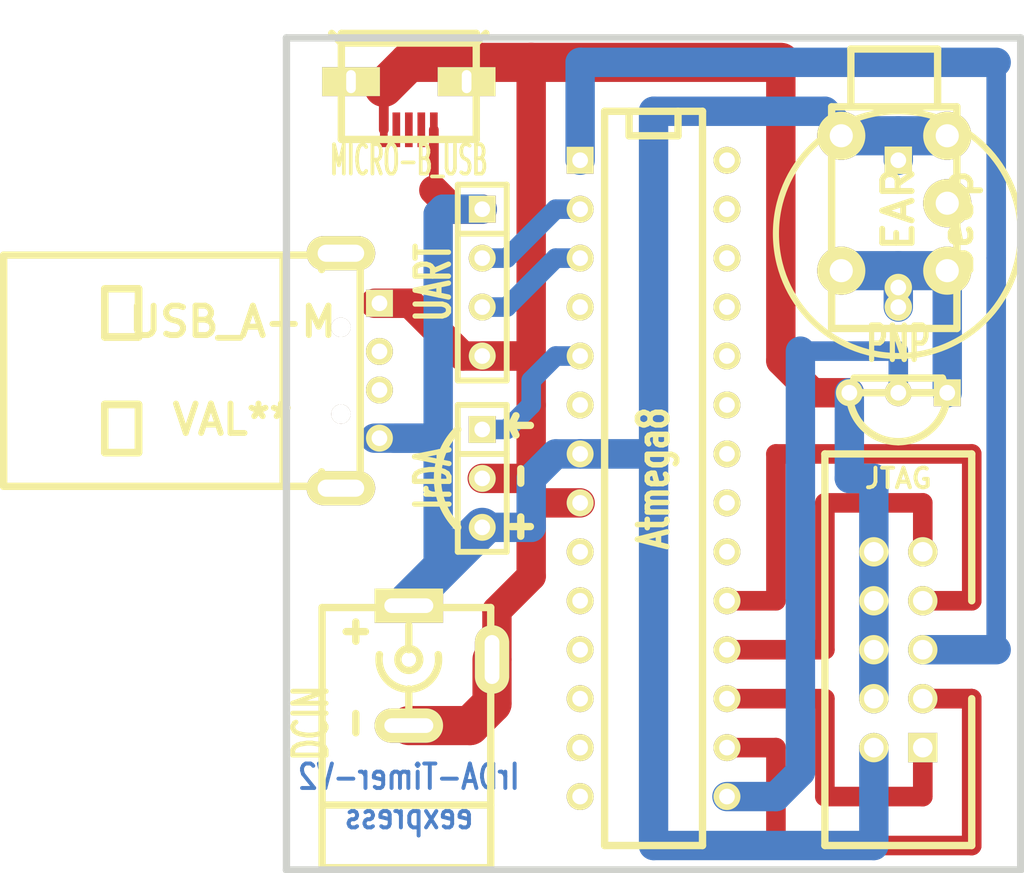
<source format=kicad_pcb>
(kicad_pcb (version 4) (host pcbnew 4.0.2+dfsg1-stable)

  (general
    (links 4)
    (no_connects 3)
    (area 64.579499 83.629499 103.060501 127.190501)
    (thickness 1.6002)
    (drawings 5)
    (tracks 104)
    (zones 0)
    (modules 10)
    (nets 9)
  )

  (page A4)
  (layers
    (0 Front signal)
    (31 Back signal)
    (32 B.Adhes user)
    (33 F.Adhes user)
    (34 B.Paste user)
    (35 F.Paste user)
    (36 B.SilkS user)
    (37 F.SilkS user)
    (38 B.Mask user)
    (39 F.Mask user)
    (40 Dwgs.User user)
    (41 Cmts.User user)
    (42 Eco1.User user)
    (43 Eco2.User user)
    (44 Edge.Cuts user)
  )

  (setup
    (last_trace_width 0.2032)
    (user_trace_width 0.254)
    (user_trace_width 0.508)
    (user_trace_width 1.016)
    (user_trace_width 1.524)
    (user_trace_width 2.032)
    (trace_clearance 0.254)
    (zone_clearance 0.508)
    (zone_45_only no)
    (trace_min 0.2032)
    (segment_width 0.381)
    (edge_width 0.381)
    (via_size 0.889)
    (via_drill 0.635)
    (via_min_size 0.889)
    (via_min_drill 0.508)
    (uvia_size 0.508)
    (uvia_drill 0.127)
    (uvias_allowed no)
    (uvia_min_size 0.508)
    (uvia_min_drill 0.127)
    (pcb_text_width 0.3048)
    (pcb_text_size 1.524 2.032)
    (mod_edge_width 0.381)
    (mod_text_size 1.524 1.524)
    (mod_text_width 0.3048)
    (pad_size 1.397 1.397)
    (pad_drill 0.8128)
    (pad_to_mask_clearance 0.254)
    (aux_axis_origin 0 0)
    (visible_elements FFFFFFBF)
    (pcbplotparams
      (layerselection 0x00030_80000001)
      (usegerberextensions true)
      (excludeedgelayer true)
      (linewidth 0.150000)
      (plotframeref false)
      (viasonmask false)
      (mode 1)
      (useauxorigin false)
      (hpglpennumber 1)
      (hpglpenspeed 20)
      (hpglpendiameter 15)
      (hpglpenoverlay 0)
      (psnegative false)
      (psa4output false)
      (plotreference true)
      (plotvalue true)
      (plotinvisibletext false)
      (padsonsilk false)
      (subtractmaskfromsilk false)
      (outputformat 1)
      (mirror false)
      (drillshape 0)
      (scaleselection 1)
      (outputdirectory /home/eexp/))
  )

  (net 0 "")
  (net 1 /miso)
  (net 2 /mosi)
  (net 3 /sclk)
  (net 4 GND)
  (net 5 N-000020)
  (net 6 N-000029)
  (net 7 N-000030)
  (net 8 VCC)

  (net_class Default "This is the default net class."
    (clearance 0.254)
    (trace_width 0.2032)
    (via_dia 0.889)
    (via_drill 0.635)
    (uvia_dia 0.508)
    (uvia_drill 0.127)
    (add_net /miso)
    (add_net /mosi)
    (add_net /sclk)
    (add_net GND)
    (add_net N-000020)
    (add_net N-000029)
    (add_net N-000030)
    (add_net VCC)
  )

  (module USB_A-M (layer Front) (tedit 5189F548) (tstamp 516B7974)
    (at 69.596 101.092 180)
    (path USB_A-M)
    (fp_text reference USB_A-M (at 7.62 2.54 180) (layer F.SilkS)
      (effects (font (thickness 0.3048)))
    )
    (fp_text value VAL** (at 7.62 -2.54 180) (layer F.SilkS)
      (effects (font (thickness 0.3048)))
    )
    (fp_line (start 1.00076 5.99948) (end 19.49958 5.99948) (layer F.SilkS) (width 0.381))
    (fp_line (start 19.49958 -5.99948) (end 1.00076 -5.99948) (layer F.SilkS) (width 0.381))
    (fp_line (start 2.99974 5.99948) (end 2.99974 5.25018) (layer F.SilkS) (width 0.381))
    (fp_line (start 2.99974 -5.99948) (end 2.99974 -5.25018) (layer F.SilkS) (width 0.381))
    (fp_line (start 12.50188 -1.75006) (end 14.25194 -1.75006) (layer F.SilkS) (width 0.381))
    (fp_line (start 12.50188 -4.24942) (end 12.50188 -1.75006) (layer F.SilkS) (width 0.381))
    (fp_line (start 14.25194 -4.24942) (end 12.50188 -4.24942) (layer F.SilkS) (width 0.381))
    (fp_line (start 14.25194 -1.75006) (end 14.25194 -4.24942) (layer F.SilkS) (width 0.381))
    (fp_line (start 14.25194 -1.75006) (end 14.25194 -4.24942) (layer F.SilkS) (width 0.381))
    (fp_line (start 14.25194 -4.24942) (end 12.50188 -4.24942) (layer F.SilkS) (width 0.381))
    (fp_line (start 12.50188 -4.24942) (end 12.50188 -1.75006) (layer F.SilkS) (width 0.381))
    (fp_line (start 12.50188 -1.75006) (end 14.25194 -1.75006) (layer F.SilkS) (width 0.381))
    (fp_line (start 12.50188 -1.75006) (end 14.25194 -1.75006) (layer F.SilkS) (width 0.381))
    (fp_line (start 12.50188 -4.24942) (end 12.50188 -1.75006) (layer F.SilkS) (width 0.381))
    (fp_line (start 14.25194 -4.24942) (end 12.50188 -4.24942) (layer F.SilkS) (width 0.381))
    (fp_line (start 14.25194 -1.75006) (end 14.25194 -4.24942) (layer F.SilkS) (width 0.381))
    (fp_line (start 14.25194 -1.75006) (end 14.25194 -4.24942) (layer F.SilkS) (width 0.381))
    (fp_line (start 14.25194 -4.24942) (end 12.50188 -4.24942) (layer F.SilkS) (width 0.381))
    (fp_line (start 12.50188 -4.24942) (end 12.50188 -1.75006) (layer F.SilkS) (width 0.381))
    (fp_line (start 12.50188 -1.75006) (end 14.25194 -1.75006) (layer F.SilkS) (width 0.381))
    (fp_line (start 12.49934 4.24942) (end 14.2494 4.24942) (layer F.SilkS) (width 0.381))
    (fp_line (start 12.49934 1.75006) (end 12.49934 4.24942) (layer F.SilkS) (width 0.381))
    (fp_line (start 14.2494 1.75006) (end 12.49934 1.75006) (layer F.SilkS) (width 0.381))
    (fp_line (start 14.2494 4.24942) (end 14.2494 1.75006) (layer F.SilkS) (width 0.381))
    (fp_line (start 14.2494 4.24942) (end 14.2494 1.75006) (layer F.SilkS) (width 0.381))
    (fp_line (start 14.2494 1.75006) (end 12.49934 1.75006) (layer F.SilkS) (width 0.381))
    (fp_line (start 12.49934 1.75006) (end 12.49934 4.24942) (layer F.SilkS) (width 0.381))
    (fp_line (start 12.49934 4.24942) (end 14.2494 4.24942) (layer F.SilkS) (width 0.381))
    (fp_line (start 12.49934 4.24942) (end 14.2494 4.24942) (layer F.SilkS) (width 0.381))
    (fp_line (start 12.49934 1.75006) (end 12.49934 4.24942) (layer F.SilkS) (width 0.381))
    (fp_line (start 14.2494 1.75006) (end 12.49934 1.75006) (layer F.SilkS) (width 0.381))
    (fp_line (start 14.2494 4.24942) (end 14.2494 1.75006) (layer F.SilkS) (width 0.381))
    (fp_line (start 14.2494 4.24942) (end 14.2494 1.75006) (layer F.SilkS) (width 0.381))
    (fp_line (start 14.2494 1.75006) (end 12.49934 1.75006) (layer F.SilkS) (width 0.381))
    (fp_line (start 12.49934 1.75006) (end 12.49934 4.24942) (layer F.SilkS) (width 0.381))
    (fp_line (start 12.49934 4.24942) (end 14.2494 4.24942) (layer F.SilkS) (width 0.381))
    (fp_line (start 4.99872 -5.99948) (end 4.99872 5.99948) (layer F.SilkS) (width 0.381))
    (fp_line (start 0.99822 5.99948) (end 0.99822 -5.99948) (layer F.SilkS) (width 0.381))
    (fp_line (start 19.49958 -5.99948) (end 19.49958 5.99948) (layer F.SilkS) (width 0.381))
    (pad 4 thru_hole circle (at 0 -3.50012 180) (size 1.397 1.397) (drill 0.8128) (layers *.Cu *.Mask F.SilkS))
    (pad 3 thru_hole circle (at 0 -1.00076 180) (size 1.397 1.397) (drill 0.8128) (layers *.Cu *.Mask F.SilkS))
    (pad 2 thru_hole circle (at 0 1.00076 180) (size 1.397 1.397) (drill 0.8128) (layers *.Cu *.Mask F.SilkS))
    (pad 1 thru_hole rect (at 0 3.50012 180) (size 1.397 1.397) (drill 0.8128) (layers *.Cu *.Mask F.SilkS))
    (pad 0 thru_hole oval (at 1.99898 -6.096 180) (size 3.556 1.778) (drill oval 2.413 0.889) (layers *.Cu *.Mask F.SilkS))
    (pad 0 thru_hole oval (at 1.99898 6.096 180) (size 3.556 1.778) (drill oval 2.413 0.889) (layers *.Cu *.Mask F.SilkS))
    (pad 0 thru_hole circle (at 1.99898 -2.25044 180) (size 1.00076 1.00076) (drill 1.00076) (layers *.Cu *.Mask F.SilkS))
    (pad 0 thru_hole circle (at 1.99898 2.25044 180) (size 1.00076 1.00076) (drill 1.00076) (layers *.Cu *.Mask F.SilkS))
    (model Connect.3dshapes/USB_A.wrl
      (at (xyz 0 0 0))
      (scale (xyz 1 1 1))
      (rotate (xyz 0 0 0))
    )
  )

  (module DCIN (layer Front) (tedit 5189F090) (tstamp 51431582)
    (at 71.12 119.38 90)
    (descr eexp)
    (tags "CONN JACK")
    (path /50572844)
    (fp_text reference DCIN (at 0 -5.08 90) (layer F.SilkS)
      (effects (font (size 1.72974 1.08712) (thickness 0.254)))
    )
    (fp_text value "" (at -5.08 0 180) (layer F.SilkS)
      (effects (font (size 1.016 1.016) (thickness 0.254)))
    )
    (fp_line (start -4.24942 4.24942) (end -4.24942 -4.50088) (layer F.SilkS) (width 0.381))
    (fp_line (start 5.99948 4.24942) (end -7.50062 4.24942) (layer F.SilkS) (width 0.381))
    (fp_line (start -7.50062 4.24942) (end -7.50062 -4.50088) (layer F.SilkS) (width 0.381))
    (fp_line (start -7.50062 -4.50088) (end 5.99948 -4.50088) (layer F.SilkS) (width 0.381))
    (fp_line (start 5.99948 -4.50088) (end 5.99948 4.24942) (layer F.SilkS) (width 0.381))
    (fp_line (start -0.50038 -2.75082) (end 0.50038 -2.75082) (layer F.SilkS) (width 0.381))
    (fp_line (start 4.7498 -2.25044) (end 4.7498 -3.2512) (layer F.SilkS) (width 0.381))
    (fp_line (start 4.24942 -2.75082) (end 5.25018 -2.75082) (layer F.SilkS) (width 0.381))
    (fp_line (start 1.778 0) (end 0.762 0) (layer F.SilkS) (width 0.381))
    (fp_line (start 3.81 0) (end 5.08 0) (layer F.SilkS) (width 0.381))
    (fp_arc (start 3.302 0) (end 1.778 -0.254) (angle 90) (layer F.SilkS) (width 0.381))
    (fp_arc (start 3.302 0) (end 3.556 1.524) (angle 90) (layer F.SilkS) (width 0.381))
    (fp_circle (center 3.302 0) (end 3.81 0.254) (layer F.SilkS) (width 0.381))
    (pad 2 thru_hole oval (at -0.127 0 90) (size 1.778 3.556) (drill oval 0.762 2.54) (layers *.Cu *.Mask F.SilkS)
      (net 6 N-000029))
    (pad 1 thru_hole rect (at 6.096 0 90) (size 1.778 3.556) (drill oval 0.762 2.54) (layers *.Cu *.Mask F.SilkS)
      (net 7 N-000030))
    (pad 2 thru_hole oval (at 3.302 4.318 90) (size 3.556 1.778) (drill oval 2.54 0.762) (layers *.Cu *.Mask F.SilkS)
      (net 6 N-000029))
    (model my3d/电源插座.wrl
      (at (xyz 0 0 0))
      (scale (xyz 1 1 1))
      (rotate (xyz 0 0 90))
    )
  )

  (module IrDA (layer Front) (tedit 516B8867) (tstamp 51431332)
    (at 74.93 106.68 270)
    (descr "Connecteur 3 pins")
    (tags "CONN DEV")
    (path SIL-3)
    (fp_text reference IrDA (at 0 2.54 270) (layer F.SilkS)
      (effects (font (size 1.7907 1.07696) (thickness 0.26924)))
    )
    (fp_text value "" (at 0 -2.54 270) (layer F.SilkS) hide
      (effects (font (size 1.524 1.016) (thickness 0.254)))
    )
    (fp_line (start -2.75082 -1.50114) (end -3.2512 -1.75006) (layer F.SilkS) (width 0.381))
    (fp_line (start -2.75082 -1.50114) (end -2.25044 -1.75006) (layer F.SilkS) (width 0.381))
    (fp_line (start -2.75082 -1.50114) (end -2.75082 -2.49936) (layer F.SilkS) (width 0.381))
    (fp_line (start -0.50038 -1.99898) (end 0.24892 -1.99898) (layer F.SilkS) (width 0.381))
    (fp_line (start 2.49936 -2.49936) (end 2.49936 -1.50114) (layer F.SilkS) (width 0.381))
    (fp_line (start 1.99898 -1.99898) (end 2.99974 -1.99898) (layer F.SilkS) (width 0.381))
    (fp_arc (start 0 -1.27) (end 2.54 1.27) (angle 90) (layer F.SilkS) (width 0.381))
    (fp_line (start -3.81 1.27) (end -3.81 -1.27) (layer F.SilkS) (width 0.3048))
    (fp_line (start -3.81 -1.27) (end 3.81 -1.27) (layer F.SilkS) (width 0.3048))
    (fp_line (start 3.81 -1.27) (end 3.81 1.27) (layer F.SilkS) (width 0.3048))
    (fp_line (start 3.81 1.27) (end -3.81 1.27) (layer F.SilkS) (width 0.3048))
    (fp_line (start -1.27 -1.27) (end -1.27 1.27) (layer F.SilkS) (width 0.3048))
    (pad 1 thru_hole rect (at -2.54 0 270) (size 1.397 1.397) (drill 0.8128) (layers *.Cu *.Mask F.SilkS))
    (pad 2 thru_hole circle (at 0 0 270) (size 1.397 1.397) (drill 0.8128) (layers *.Cu *.Mask F.SilkS))
    (pad 3 thru_hole circle (at 2.54 0 270) (size 1.397 1.397) (drill 0.8128) (layers *.Cu *.Mask F.SilkS))
    (model TO_SOT_Packages_THT.3dshapes/TO-92_Inline_Wide.wrl
      (at (xyz 0 0 0))
      (scale (xyz 1 1 1))
      (rotate (xyz 0 0 -90))
    )
  )

  (module MICRO-B_USB (layer Front) (tedit 515B8D8C) (tstamp 5146988B)
    (at 71.12 85.09 180)
    (path MICRO-B_USB)
    (fp_text reference MICRO-B_USB (at 0 -5.08 180) (layer F.SilkS)
      (effects (font (size 1.524 0.762) (thickness 0.1905)))
    )
    (fp_text value "" (at -0.09906 2.70002 180) (layer F.SilkS)
      (effects (font (thickness 0.3048)))
    )
    (fp_line (start -3.50012 1.00076) (end -4.0005 1.50114) (layer F.SilkS) (width 0.381))
    (fp_line (start -3.50012 1.00076) (end 3.50012 1.00076) (layer F.SilkS) (width 0.381))
    (fp_line (start 3.50012 1.00076) (end 4.0005 1.50114) (layer F.SilkS) (width 0.381))
    (fp_line (start -3.50012 1.50114) (end -3.50012 -0.50038) (layer F.SilkS) (width 0.381))
    (fp_line (start -3.50012 -0.50038) (end -4.0005 -0.50038) (layer F.SilkS) (width 0.381))
    (fp_line (start -4.0005 -0.50038) (end -4.0005 -1.50114) (layer F.SilkS) (width 0.381))
    (fp_line (start -4.0005 -1.50114) (end -3.50012 -1.50114) (layer F.SilkS) (width 0.381))
    (fp_line (start -3.50012 -1.50114) (end -3.50012 -4.0005) (layer F.SilkS) (width 0.381))
    (fp_line (start 3.50012 -4.0005) (end 3.50012 -1.50114) (layer F.SilkS) (width 0.381))
    (fp_line (start 3.50012 -1.50114) (end 4.0005 -1.50114) (layer F.SilkS) (width 0.381))
    (fp_line (start 4.0005 -1.50114) (end 4.0005 -0.50038) (layer F.SilkS) (width 0.381))
    (fp_line (start 4.0005 -0.50038) (end 3.50012 -0.50038) (layer F.SilkS) (width 0.381))
    (fp_line (start 3.50012 -0.50038) (end 3.50012 1.50114) (layer F.SilkS) (width 0.381))
    (fp_line (start -3.50012 -4.0005) (end 3.50012 -4.0005) (layer F.SilkS) (width 0.381))
    (fp_line (start 3.50012 1.50114) (end -3.50012 1.50114) (layer F.SilkS) (width 0.381))
    (pad "" thru_hole rect (at 2.99974 -1.00076 180) (size 2.99974 1.50114) (drill oval 0.50038 1.19888) (layers *.Cu *.Mask F.SilkS))
    (pad 1 smd rect (at -1.29794 -3.50012 180) (size 0.39878 1.80086) (layers Front F.Paste F.Mask)
      (clearance 0.2032))
    (pad 2 smd rect (at -0.6477 -3.50012 180) (size 0.39878 1.80086) (layers Front F.Paste F.Mask)
      (clearance 0.2032))
    (pad 3 smd rect (at 0 -3.50012 180) (size 0.39878 1.80086) (layers Front F.Paste F.Mask)
      (clearance 0.2032))
    (pad 4 smd rect (at 0.6477 -3.50012 180) (size 0.39878 1.80086) (layers Front F.Paste F.Mask)
      (clearance 0.2032))
    (pad 5 smd rect (at 1.29794 -3.50012 180) (size 0.39878 1.80086) (layers Front F.Paste F.Mask)
      (clearance 0.2032))
    (pad "" thru_hole rect (at -2.99974 -1.00076 180) (size 2.99974 1.50114) (drill oval 0.50038 1.19888) (layers *.Cu *.Mask F.SilkS))
  )

  (module Beep (layer Front) (tedit 51550AB1) (tstamp 51431502)
    (at 96.52 93.98 270)
    (path BUZ3-5)
    (fp_text reference Beep (at -0.508 -3.048 270) (layer F.SilkS)
      (effects (font (thickness 0.3048)))
    )
    (fp_text value "" (at 0 3.302 270) (layer F.SilkS)
      (effects (font (thickness 0.3048)))
    )
    (fp_circle (center 0 0) (end -6.35 0) (layer F.SilkS) (width 0.3175))
    (pad 1 thru_hole rect (at -3.81 0 270) (size 1.4224 1.4224) (drill 0.8128) (layers *.Cu *.Mask F.SilkS))
    (pad 2 thru_hole circle (at 3.81 0 270) (size 1.4224 1.4224) (drill 0.8128) (layers *.Cu *.Mask F.SilkS))
    (pad 2 thru_hole oval (at 2.794 0 270) (size 1.4224 1.4224) (drill 0.8128) (layers *.Cu *.Mask F.SilkS))
    (model Buzzers_Beepers.3dshapes/MagneticBuzzer_ProSignal_ABI-009-RC.wrl
      (at (xyz -0.15 0 0))
      (scale (xyz 1 1 1))
      (rotate (xyz 0 0 0))
    )
  )

  (module PNP (layer Front) (tedit 515501B1) (tstamp 514314BC)
    (at 96.52 102.235 180)
    (descr "Connecteur 3 pins")
    (tags "CONN DEV")
    (path SIL-3)
    (fp_text reference PNP (at 0 2.54 180) (layer F.SilkS)
      (effects (font (size 1.7907 1.07696) (thickness 0.26924)))
    )
    (fp_text value "" (at 0 -2.54 180) (layer F.SilkS) hide
      (effects (font (size 1.524 1.016) (thickness 0.254)))
    )
    (fp_line (start -2.54 0) (end -2.286 0.762) (layer F.SilkS) (width 0.381))
    (fp_line (start -2.286 0.762) (end 2.032 0.762) (layer F.SilkS) (width 0.381))
    (fp_line (start 2.032 0.762) (end 2.286 0.762) (layer F.SilkS) (width 0.381))
    (fp_line (start 2.286 0.762) (end 2.54 0) (layer F.SilkS) (width 0.381))
    (fp_line (start -2.54 0) (end 2.54 0) (layer F.SilkS) (width 0.381))
    (fp_line (start -2.54 0) (end 0 0) (layer F.SilkS) (width 0.381))
    (fp_arc (start 0 0) (end -2.54 0) (angle 90) (layer F.SilkS) (width 0.381))
    (fp_arc (start 0 0) (end 0 -2.54) (angle 90) (layer F.SilkS) (width 0.381))
    (pad 1 thru_hole rect (at -2.54 0 180) (size 1.397 1.397) (drill 0.8128) (layers *.Cu *.Mask F.SilkS))
    (pad 2 thru_hole circle (at 0 0 180) (size 1.397 1.397) (drill 0.8128) (layers *.Cu *.Mask F.SilkS))
    (pad 3 thru_hole circle (at 2.54 0 180) (size 1.397 1.397) (drill 0.8128) (layers *.Cu *.Mask F.SilkS))
    (model TO_SOT_Packages_THT.3dshapes/TO-92_Inline_Wide.wrl
      (at (xyz 0 0 0))
      (scale (xyz 1 1 1))
      (rotate (xyz 0 0 -90))
    )
  )

  (module DIP-28__300 (layer Front) (tedit 51468CA8) (tstamp 5143130C)
    (at 83.82 106.68 270)
    (descr "28 pins DIL package, round pads, width 300mil")
    (tags DIL)
    (path DIP-28__300)
    (fp_text reference Atmega8 (at 0 0 270) (layer F.SilkS)
      (effects (font (size 1.524 1.143) (thickness 0.28702)))
    )
    (fp_text value "" (at 0 0 270) (layer F.SilkS)
      (effects (font (size 1.524 1.143) (thickness 0.28702)))
    )
    (fp_line (start -19.05 -2.54) (end 19.05 -2.54) (layer F.SilkS) (width 0.381))
    (fp_line (start 19.05 -2.54) (end 19.05 2.54) (layer F.SilkS) (width 0.381))
    (fp_line (start 19.05 2.54) (end -19.05 2.54) (layer F.SilkS) (width 0.381))
    (fp_line (start -19.05 2.54) (end -19.05 -2.54) (layer F.SilkS) (width 0.381))
    (fp_line (start -19.05 -1.27) (end -17.78 -1.27) (layer F.SilkS) (width 0.381))
    (fp_line (start -17.78 -1.27) (end -17.78 1.27) (layer F.SilkS) (width 0.381))
    (fp_line (start -17.78 1.27) (end -19.05 1.27) (layer F.SilkS) (width 0.381))
    (pad 2 thru_hole circle (at -13.97 3.81 270) (size 1.397 1.397) (drill 0.8128) (layers *.Cu *.Mask F.SilkS))
    (pad 3 thru_hole circle (at -11.43 3.81 270) (size 1.397 1.397) (drill 0.8128) (layers *.Cu *.Mask F.SilkS))
    (pad 4 thru_hole circle (at -8.89 3.81 270) (size 1.397 1.397) (drill 0.8128) (layers *.Cu *.Mask F.SilkS))
    (pad 5 thru_hole circle (at -6.35 3.81 270) (size 1.397 1.397) (drill 0.8128) (layers *.Cu *.Mask F.SilkS))
    (pad 6 thru_hole circle (at -3.81 3.81 270) (size 1.397 1.397) (drill 0.8128) (layers *.Cu *.Mask F.SilkS))
    (pad 7 thru_hole circle (at -1.27 3.81 270) (size 1.397 1.397) (drill 0.8128) (layers *.Cu *.Mask F.SilkS))
    (pad 8 thru_hole circle (at 1.27 3.81 270) (size 1.397 1.397) (drill 0.8128) (layers *.Cu *.Mask F.SilkS))
    (pad 9 thru_hole circle (at 3.81 3.81 270) (size 1.397 1.397) (drill 0.8128) (layers *.Cu *.Mask F.SilkS))
    (pad 10 thru_hole circle (at 6.35 3.81 270) (size 1.397 1.397) (drill 0.8128) (layers *.Cu *.Mask F.SilkS))
    (pad 11 thru_hole circle (at 8.89 3.81 270) (size 1.397 1.397) (drill 0.8128) (layers *.Cu *.Mask F.SilkS))
    (pad 12 thru_hole circle (at 11.43 3.81 270) (size 1.397 1.397) (drill 0.8128) (layers *.Cu *.Mask F.SilkS))
    (pad 13 thru_hole circle (at 13.97 3.81 270) (size 1.397 1.397) (drill 0.8128) (layers *.Cu *.Mask F.SilkS))
    (pad 14 thru_hole circle (at 16.51 3.81 270) (size 1.397 1.397) (drill 0.8128) (layers *.Cu *.Mask F.SilkS))
    (pad 1 thru_hole rect (at -16.51 3.81 270) (size 1.397 1.397) (drill 0.8128) (layers *.Cu *.Mask F.SilkS))
    (pad 15 thru_hole circle (at 16.51 -3.81 270) (size 1.397 1.397) (drill 0.8128) (layers *.Cu *.Mask F.SilkS))
    (pad 16 thru_hole circle (at 13.97 -3.81 270) (size 1.397 1.397) (drill 0.8128) (layers *.Cu *.Mask F.SilkS))
    (pad 17 thru_hole circle (at 11.43 -3.81 270) (size 1.397 1.397) (drill 0.8128) (layers *.Cu *.Mask F.SilkS))
    (pad 18 thru_hole circle (at 8.89 -3.81 270) (size 1.397 1.397) (drill 0.8128) (layers *.Cu *.Mask F.SilkS))
    (pad 19 thru_hole circle (at 6.35 -3.81 270) (size 1.397 1.397) (drill 0.8128) (layers *.Cu *.Mask F.SilkS))
    (pad 20 thru_hole circle (at 3.81 -3.81 270) (size 1.397 1.397) (drill 0.8128) (layers *.Cu *.Mask F.SilkS))
    (pad 21 thru_hole circle (at 1.27 -3.81 270) (size 1.397 1.397) (drill 0.8128) (layers *.Cu *.Mask F.SilkS))
    (pad 22 thru_hole circle (at -1.27 -3.81 270) (size 1.397 1.397) (drill 0.8128) (layers *.Cu *.Mask F.SilkS))
    (pad 23 thru_hole circle (at -3.81 -3.81 270) (size 1.397 1.397) (drill 0.8128) (layers *.Cu *.Mask F.SilkS))
    (pad 24 thru_hole circle (at -6.35 -3.81 270) (size 1.397 1.397) (drill 0.8128) (layers *.Cu *.Mask F.SilkS))
    (pad 25 thru_hole circle (at -8.89 -3.81 270) (size 1.397 1.397) (drill 0.8128) (layers *.Cu *.Mask F.SilkS))
    (pad 26 thru_hole circle (at -11.43 -3.81 270) (size 1.397 1.397) (drill 0.8128) (layers *.Cu *.Mask F.SilkS))
    (pad 27 thru_hole circle (at -13.97 -3.81 270) (size 1.397 1.397) (drill 0.8128) (layers *.Cu *.Mask F.SilkS))
    (pad 28 thru_hole circle (at -16.51 -3.81 270) (size 1.397 1.397) (drill 0.8128) (layers *.Cu *.Mask F.SilkS))
    (model Sockets_DIP.3dshapes/DIP-28__300.wrl
      (at (xyz 0 0 0))
      (scale (xyz 1 1 1))
      (rotate (xyz 0 0 0))
    )
  )

  (module IDC10 (layer Front) (tedit 514318C4) (tstamp 5143180E)
    (at 96.52 115.57 90)
    (descr "Double rangee de contacts 2 x 5 pins")
    (tags CONN)
    (path /504B3C00)
    (fp_text reference JTAG (at 8.89 0 180) (layer F.SilkS)
      (effects (font (size 1.016 1.016) (thickness 0.2032)))
    )
    (fp_text value IDC10 (at -8.89 0 180) (layer F.SilkS) hide
      (effects (font (size 1.016 1.016) (thickness 0.2032)))
    )
    (fp_line (start -10.16 3.81) (end -10.16 -3.81) (layer F.SilkS) (width 0.381))
    (fp_line (start -10.16 -3.81) (end 10.16 -3.81) (layer F.SilkS) (width 0.381))
    (fp_line (start 10.16 -3.81) (end 10.16 3.81) (layer F.SilkS) (width 0.381))
    (fp_line (start 10.16 3.81) (end 2.54 3.81) (layer F.SilkS) (width 0.381))
    (fp_line (start -2.54 3.81) (end -10.16 3.81) (layer F.SilkS) (width 0.381))
    (pad 1 thru_hole rect (at -5.08 1.27 90) (size 1.524 1.524) (drill 1.016) (layers *.Cu *.Mask F.SilkS)
      (net 2 /mosi))
    (pad 2 thru_hole circle (at -5.08 -1.27 90) (size 1.524 1.524) (drill 1.016) (layers *.Cu *.Mask F.SilkS)
      (net 8 VCC))
    (pad 3 thru_hole circle (at -2.54 1.27 90) (size 1.524 1.524) (drill 1.016) (layers *.Cu *.Mask F.SilkS))
    (pad 4 thru_hole circle (at -2.54 -1.27 90) (size 1.524 1.524) (drill 1.016) (layers *.Cu *.Mask F.SilkS)
      (net 4 GND))
    (pad 5 thru_hole circle (at 0 1.27 90) (size 1.524 1.524) (drill 1.016) (layers *.Cu *.Mask F.SilkS)
      (net 5 N-000020))
    (pad 6 thru_hole circle (at 0 -1.27 90) (size 1.524 1.524) (drill 1.016) (layers *.Cu *.Mask F.SilkS)
      (net 4 GND))
    (pad 7 thru_hole circle (at 2.54 1.27 90) (size 1.524 1.524) (drill 1.016) (layers *.Cu *.Mask F.SilkS)
      (net 3 /sclk))
    (pad 8 thru_hole circle (at 2.54 -1.27 90) (size 1.524 1.524) (drill 1.016) (layers *.Cu *.Mask F.SilkS)
      (net 4 GND))
    (pad 9 thru_hole circle (at 5.08 1.27 90) (size 1.524 1.524) (drill 1.016) (layers *.Cu *.Mask F.SilkS)
      (net 1 /miso))
    (pad 10 thru_hole circle (at 5.08 -1.27 90) (size 1.524 1.524) (drill 1.016) (layers *.Cu *.Mask F.SilkS)
      (net 4 GND))
    (model Pin_Headers.3dshapes/Pin_Header_Straight_2x05.wrl
      (at (xyz 0 0 0))
      (scale (xyz 1 1 1))
      (rotate (xyz 0 0 0))
    )
  )

  (module SIL-4 (layer Front) (tedit 515B8D4A) (tstamp 514689DC)
    (at 74.93 96.52 270)
    (descr "Connecteur 4 pibs")
    (tags "CONN DEV")
    (path SIL-4)
    (fp_text reference UART (at 0 2.54 270) (layer F.SilkS)
      (effects (font (size 1.73482 1.08712) (thickness 0.27178)))
    )
    (fp_text value "" (at 0 -2.54 270) (layer F.SilkS) hide
      (effects (font (size 1.524 1.016) (thickness 0.254)))
    )
    (fp_line (start -5.08 -1.27) (end -5.08 -1.27) (layer F.SilkS) (width 0.3048))
    (fp_line (start -5.08 1.27) (end -5.08 -1.27) (layer F.SilkS) (width 0.3048))
    (fp_line (start -5.08 -1.27) (end -5.08 -1.27) (layer F.SilkS) (width 0.3048))
    (fp_line (start -5.08 -1.27) (end 5.08 -1.27) (layer F.SilkS) (width 0.3048))
    (fp_line (start 5.08 -1.27) (end 5.08 1.27) (layer F.SilkS) (width 0.3048))
    (fp_line (start 5.08 1.27) (end -5.08 1.27) (layer F.SilkS) (width 0.3048))
    (fp_line (start -2.54 1.27) (end -2.54 -1.27) (layer F.SilkS) (width 0.3048))
    (pad 1 thru_hole rect (at -3.81 0 270) (size 1.397 1.397) (drill 0.8128) (layers *.Cu *.Mask F.SilkS))
    (pad 2 thru_hole circle (at -1.27 0 270) (size 1.397 1.397) (drill 0.8128) (layers *.Cu *.Mask F.SilkS))
    (pad 3 thru_hole circle (at 1.27 0 270) (size 1.397 1.397) (drill 0.8128) (layers *.Cu *.Mask F.SilkS))
    (pad 4 thru_hole circle (at 3.81 0 270) (size 1.397 1.397) (drill 0.8128) (layers *.Cu *.Mask F.SilkS))
    (model Pin_Headers.3dshapes/Pin_Header_Straight_1x04.wrl
      (at (xyz 0 0 0))
      (scale (xyz 1 1 1))
      (rotate (xyz 0 0 0))
    )
  )

  (module EAR (layer Front) (tedit 514FBB1C) (tstamp 514FAE26)
    (at 99.06 88.9 270)
    (path EAR)
    (fp_text reference EAR (at 3.81 2.54 270) (layer F.SilkS)
      (effects (font (thickness 0.3048)))
    )
    (fp_text value "" (at 7.00024 2.99974 270) (layer F.SilkS)
      (effects (font (thickness 0.3048)))
    )
    (fp_line (start -1.50114 5.00126) (end -4.50088 5.00126) (layer F.SilkS) (width 0.381))
    (fp_line (start -4.50088 5.00126) (end -4.50088 0.50038) (layer F.SilkS) (width 0.381))
    (fp_line (start -4.50088 0.50038) (end -1.50114 0.50038) (layer F.SilkS) (width 0.381))
    (fp_line (start 9.99998 -0.50038) (end 9.99998 5.99948) (layer F.SilkS) (width 0.381))
    (fp_line (start 9.99998 5.99948) (end -1.50114 5.99948) (layer F.SilkS) (width 0.381))
    (fp_line (start -1.50114 5.99948) (end -1.50114 -0.50038) (layer F.SilkS) (width 0.381))
    (fp_line (start -1.50114 -0.50038) (end 9.99998 -0.50038) (layer F.SilkS) (width 0.381))
    (pad 1 thru_hole circle (at 0 0 270) (size 2.49936 2.49936) (drill 1.19888) (layers *.Cu *.Mask F.SilkS))
    (pad 2 thru_hole circle (at 3.50012 0 270) (size 2.49936 2.49936) (drill 1.19888) (layers *.Cu *.Mask F.SilkS))
    (pad 3 thru_hole circle (at 7.00024 0 270) (size 2.49936 2.49936) (drill 1.19888) (layers *.Cu *.Mask F.SilkS))
    (pad 3 thru_hole circle (at 7.00024 5.4991 270) (size 2.49936 2.49936) (drill 1.19888) (layers *.Cu *.Mask F.SilkS))
    (pad 1 thru_hole circle (at 0 5.4991 270) (size 2.49936 2.49936) (drill 1.19888) (layers *.Cu *.Mask F.SilkS))
  )

  (gr_line (start 64.77 83.82) (end 102.87 83.82) (angle 90) (layer Edge.Cuts) (width 0.381))
  (gr_line (start 102.87 127) (end 64.77 127) (angle 90) (layer Edge.Cuts) (width 0.381))
  (gr_text "IrDA-Timer-V2\neexpress" (at 71.12 123.19) (layer Back)
    (effects (font (size 1.27 1.016) (thickness 0.2032)) (justify mirror))
  )
  (gr_line (start 64.77 83.82) (end 64.77 127) (angle 90) (layer Edge.Cuts) (width 0.381))
  (gr_line (start 102.87 127) (end 102.87 83.82) (angle 90) (layer Edge.Cuts) (width 0.381))

  (segment (start 74.93 92.71) (end 73.406 92.71) (width 1.524) (layer Front) (net 0))
  (segment (start 72.41794 91.72194) (end 72.41794 88.59012) (width 0.508) (layer Front) (net 0))
  (segment (start 73.406 92.71) (end 72.41794 91.72194) (width 1.524) (layer Front) (net 0))
  (segment (start 80.01 95.25) (end 78.74 95.25) (width 1.016) (layer Back) (net 0))
  (segment (start 76.2 97.79) (end 74.93 97.79) (width 1.016) (layer Back) (net 0))
  (segment (start 78.74 95.25) (end 76.2 97.79) (width 1.016) (layer Back) (net 0))
  (segment (start 80.01 92.71) (end 78.74 92.71) (width 1.016) (layer Back) (net 0))
  (segment (start 76.2 95.25) (end 74.93 95.25) (width 1.016) (layer Back) (net 0))
  (segment (start 78.74 92.71) (end 76.2 95.25) (width 1.016) (layer Back) (net 0))
  (segment (start 80.01 100.33) (end 78.74 100.33) (width 1.016) (layer Back) (net 0))
  (segment (start 76.2 104.14) (end 74.93 104.14) (width 1.016) (layer Back) (net 0))
  (segment (start 77.47 102.87) (end 76.2 104.14) (width 1.016) (layer Back) (net 0))
  (segment (start 77.47 101.6) (end 77.47 102.87) (width 1.016) (layer Back) (net 0))
  (segment (start 78.74 100.33) (end 77.47 101.6) (width 1.016) (layer Back) (net 0))
  (segment (start 99.06 102.235) (end 99.06 95.90024) (width 1.524) (layer Back) (net 0))
  (segment (start 96.52 97.79) (end 96.52 95.90024) (width 1.524) (layer Back) (net 0))
  (segment (start 93.5609 95.90024) (end 96.52 95.90024) (width 2.032) (layer Back) (net 0))
  (segment (start 96.52 95.90024) (end 99.06 95.90024) (width 2.032) (layer Back) (net 0))
  (segment (start 96.52 102.235) (end 96.52 100.076) (width 1.016) (layer Back) (net 0))
  (segment (start 90.17 123.19) (end 87.63 123.19) (width 1.524) (layer Back) (net 0))
  (segment (start 91.44 121.92) (end 90.17 123.19) (width 1.524) (layer Back) (net 0))
  (segment (start 91.44 100.076) (end 91.44 121.92) (width 1.524) (layer Back) (net 0))
  (segment (start 96.52 100.076) (end 91.44 100.076) (width 1.016) (layer Back) (net 0))
  (segment (start 87.63 120.65) (end 90.17 120.65) (width 1.016) (layer Front) (net 0))
  (segment (start 90.17 125.73) (end 100.33 125.73) (width 1.016) (layer Front) (net 0))
  (segment (start 90.17 120.65) (end 90.17 125.73) (width 1.016) (layer Front) (net 0))
  (segment (start 100.33 125.73) (end 100.33 118.11) (width 1.016) (layer Front) (net 0))
  (segment (start 100.33 118.11) (end 97.79 118.11) (width 1.016) (layer Front) (net 0))
  (segment (start 100.33 118.11) (end 97.79 118.11) (width 1.016) (layer Front) (net 0))
  (segment (start 100.33 125.73) (end 100.33 118.11) (width 1.016) (layer Front) (net 0))
  (segment (start 87.63 115.57) (end 92.71 115.57) (width 1.016) (layer Front) (net 1))
  (segment (start 97.79 107.95) (end 97.79 110.49) (width 1.016) (layer Front) (net 1))
  (segment (start 92.71 107.95) (end 97.79 107.95) (width 1.016) (layer Front) (net 1))
  (segment (start 92.71 115.57) (end 92.71 107.95) (width 1.016) (layer Front) (net 1))
  (segment (start 87.63 118.11) (end 92.71 118.11) (width 1.016) (layer Front) (net 2))
  (segment (start 92.71 123.19) (end 97.79 123.19) (width 1.016) (layer Front) (net 2))
  (segment (start 92.71 118.11) (end 92.71 123.19) (width 1.016) (layer Front) (net 2))
  (segment (start 97.79 123.19) (end 97.79 120.65) (width 1.016) (layer Front) (net 2))
  (segment (start 97.79 123.19) (end 97.79 120.65) (width 1.016) (layer Front) (net 2))
  (segment (start 87.63 113.03) (end 90.17 113.03) (width 1.016) (layer Front) (net 3))
  (segment (start 100.33 113.03) (end 97.79 113.03) (width 1.016) (layer Front) (net 3))
  (segment (start 100.33 105.41) (end 100.33 113.03) (width 1.016) (layer Front) (net 3))
  (segment (start 90.17 105.41) (end 100.33 105.41) (width 1.016) (layer Front) (net 3))
  (segment (start 90.17 113.03) (end 90.17 105.41) (width 1.016) (layer Front) (net 3))
  (segment (start 95.25 118.11) (end 95.25 106.68) (width 1.524) (layer Back) (net 4))
  (segment (start 95.25 106.68) (end 93.98 106.68) (width 1.524) (layer Back) (net 4))
  (segment (start 93.98 106.68) (end 93.98 102.235) (width 1.524) (layer Back) (net 4))
  (segment (start 101.6 95.25) (end 101.6 85.09) (width 1.016) (layer Back) (net 5))
  (segment (start 80.01 85.09) (end 80.01 90.17) (width 1.524) (layer Back) (net 5))
  (segment (start 101.6 85.09) (end 80.01 85.09) (width 1.524) (layer Back) (net 5))
  (segment (start 97.79 115.57) (end 101.6 115.57) (width 1.524) (layer Back) (net 5))
  (segment (start 101.6 115.57) (end 101.6 95.25) (width 1.016) (layer Back) (net 5))
  (segment (start 69.342 97.59188) (end 71.17588 97.59188) (width 1.524) (layer Front) (net 6))
  (segment (start 70.358 97.59188) (end 71.17588 97.59188) (width 1.524) (layer Front) (net 6))
  (segment (start 71.17588 97.59188) (end 73.914 100.33) (width 1.524) (layer Front) (net 6))
  (segment (start 73.914 100.33) (end 77.47 100.33) (width 1.524) (layer Front) (net 6))
  (segment (start 74.93 100.33) (end 77.47 100.33) (width 1.524) (layer Front) (net 6))
  (segment (start 74.93 106.68) (end 77.47 106.68) (width 1.524) (layer Front) (net 6))
  (segment (start 77.47 107.95) (end 77.47 111.76) (width 1.524) (layer Front) (net 6))
  (segment (start 75.692 113.538) (end 75.692 116.078) (width 1.524) (layer Front) (net 6))
  (segment (start 77.47 111.76) (end 75.692 113.538) (width 1.524) (layer Front) (net 6))
  (segment (start 69.82206 88.59012) (end 69.82206 86.38794) (width 0.508) (layer Front) (net 6))
  (segment (start 71.12 85.09) (end 77.47 85.09) (width 2.032) (layer Front) (net 6))
  (segment (start 69.82206 86.38794) (end 71.12 85.09) (width 2.032) (layer Front) (net 6))
  (segment (start 77.47 107.95) (end 80.01 107.95) (width 1.524) (layer Front) (net 6))
  (segment (start 77.47 102.87) (end 77.47 105.41) (width 1.524) (layer Front) (net 6))
  (segment (start 77.47 105.41) (end 77.47 106.68) (width 1.524) (layer Front) (net 6))
  (segment (start 77.47 106.68) (end 77.47 107.95) (width 1.524) (layer Front) (net 6))
  (segment (start 93.98 102.235) (end 92.075 102.235) (width 1.524) (layer Front) (net 6))
  (segment (start 90.424 85.09) (end 77.47 85.09) (width 2.032) (layer Front) (net 6))
  (segment (start 90.424 100.584) (end 90.424 85.09) (width 1.524) (layer Front) (net 6))
  (segment (start 92.075 102.235) (end 90.424 100.584) (width 1.524) (layer Front) (net 6))
  (segment (start 77.47 85.09) (end 77.47 96.52) (width 1.524) (layer Front) (net 6))
  (segment (start 77.47 96.52) (end 77.47 100.33) (width 1.524) (layer Front) (net 6))
  (segment (start 77.47 100.33) (end 77.47 102.87) (width 1.524) (layer Front) (net 6))
  (segment (start 71.12 119.507) (end 74.295 119.507) (width 2.032) (layer Front) (net 6))
  (segment (start 75.438 118.364) (end 75.438 116.078) (width 2.032) (layer Front) (net 6))
  (segment (start 74.295 119.507) (end 75.438 118.364) (width 2.032) (layer Front) (net 6))
  (segment (start 80.01 105.41) (end 78.74 105.41) (width 1.524) (layer Back) (net 7))
  (segment (start 77.47 109.22) (end 74.93 109.22) (width 1.524) (layer Back) (net 7))
  (segment (start 77.47 106.68) (end 77.47 109.22) (width 1.524) (layer Back) (net 7))
  (segment (start 78.74 105.41) (end 77.47 106.68) (width 1.524) (layer Back) (net 7))
  (segment (start 96.52 90.17) (end 96.52 88.9) (width 1.524) (layer Back) (net 7))
  (segment (start 93.5609 88.9) (end 93.5609 88.4809) (width 1.524) (layer Back) (net 7))
  (segment (start 83.82 87.63) (end 83.82 105.41) (width 1.524) (layer Back) (net 7))
  (segment (start 92.71 87.63) (end 83.82 87.63) (width 1.524) (layer Back) (net 7))
  (segment (start 93.5609 88.4809) (end 92.71 87.63) (width 1.524) (layer Back) (net 7))
  (segment (start 93.5609 88.9) (end 96.52 88.9) (width 2.032) (layer Back) (net 7))
  (segment (start 96.52 88.9) (end 99.06 88.9) (width 2.032) (layer Back) (net 7))
  (segment (start 80.01 105.41) (end 83.82 105.41) (width 1.524) (layer Back) (net 7))
  (segment (start 69.342 104.59212) (end 72.644 104.59212) (width 1.524) (layer Back) (net 7))
  (segment (start 70.358 104.59212) (end 72.644 104.59212) (width 1.524) (layer Back) (net 7))
  (segment (start 72.644 104.59212) (end 72.644 104.648) (width 1.524) (layer Back) (net 7))
  (segment (start 71.12 113.284) (end 72.644 111.76) (width 1.524) (layer Back) (net 7))
  (segment (start 72.898 92.71) (end 74.93 92.71) (width 1.524) (layer Back) (net 7))
  (segment (start 72.644 92.964) (end 72.898 92.71) (width 1.524) (layer Back) (net 7))
  (segment (start 72.644 111.76) (end 72.644 104.648) (width 1.524) (layer Back) (net 7))
  (segment (start 72.644 104.648) (end 72.644 92.964) (width 1.524) (layer Back) (net 7))
  (segment (start 74.93 109.22) (end 71.12 113.03) (width 2.032) (layer Back) (net 7))
  (segment (start 71.12 113.03) (end 71.12 113.284) (width 1.524) (layer Back) (net 7))
  (segment (start 83.82 125.73) (end 83.82 105.41) (width 1.524) (layer Back) (net 7))
  (segment (start 83.82 105.41) (end 80.01 105.41) (width 1.524) (layer Back) (net 7))
  (segment (start 95.25 125.73) (end 83.82 125.73) (width 1.524) (layer Back) (net 7))
  (segment (start 95.25 120.65) (end 95.25 125.73) (width 1.524) (layer Back) (net 8))

)

</source>
